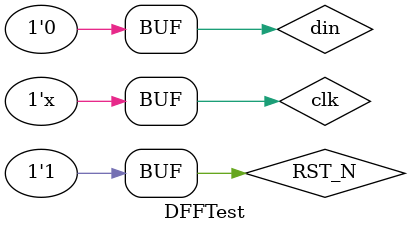
<source format=v>
`timescale 1ns / 1ps


module DFFTest;

	// Inputs
	reg clk;
	reg din;
	reg RST_N;

	// Outputs
	wire dout;

	// Instantiate the Unit Under Test (UUT)
	DFF uut (
		.clk(clk), 
		.din(din), 
		.RST_N(RST_N), 
		.dout(dout)
	);

	initial begin
		// Initialize Inputs
		clk = 0;
		din = 0;
		RST_N = 0;

		// Wait 100 ns for global reset to finish
		#100;
        
		// Add stimulus here

	end
	always begin #20 din=1; #30 din=0; end

	always begin #5 clk = ~clk; end

	always begin #50 RST_N=0; #50 RST_N=1; end
endmodule


</source>
